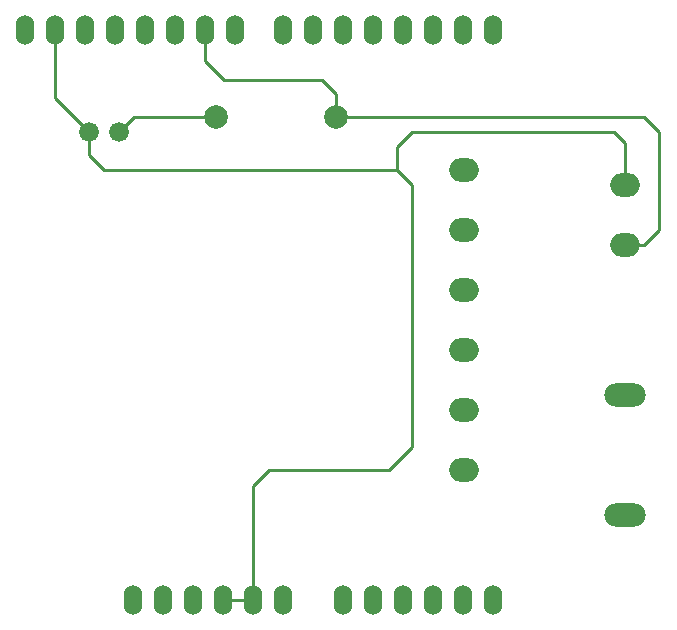
<source format=gbl>
%FSLAX34Y34*%
G04 Gerber Fmt 3.4, Leading zero omitted, Abs format*
G04 (created by PCBNEW (2013-jul-14)-product) date Don 20 Mär 2014 21:02:24 CET*
%MOIN*%
G01*
G70*
G90*
G04 APERTURE LIST*
%ADD10C,0.005906*%
%ADD11C,0.066000*%
%ADD12C,0.078700*%
%ADD13O,0.060000X0.100000*%
%ADD14O,0.098425X0.078740*%
%ADD15O,0.137795X0.078740*%
%ADD16C,0.010000*%
G04 APERTURE END LIST*
G54D10*
G54D11*
X37000Y-24750D03*
X36000Y-24750D03*
G54D12*
X44219Y-24250D03*
X40219Y-24250D03*
G54D13*
X49465Y-40340D03*
X48465Y-40340D03*
X47465Y-40340D03*
X44465Y-40340D03*
X45465Y-40340D03*
X46465Y-40340D03*
X42465Y-40340D03*
X41465Y-40340D03*
X40465Y-40340D03*
X38465Y-40340D03*
X37465Y-40340D03*
X49465Y-21340D03*
X48465Y-21340D03*
X47465Y-21340D03*
X46465Y-21340D03*
X45465Y-21340D03*
X44465Y-21340D03*
X43465Y-21340D03*
X42465Y-21340D03*
X40865Y-21340D03*
X39865Y-21340D03*
X38865Y-21340D03*
X37865Y-21340D03*
X36865Y-21340D03*
X35865Y-21340D03*
X34865Y-21340D03*
X33865Y-21340D03*
X39465Y-40340D03*
G54D14*
X48500Y-26000D03*
X48500Y-28000D03*
X48500Y-30000D03*
X48500Y-32000D03*
X48500Y-34000D03*
X48500Y-36000D03*
X53850Y-26500D03*
G54D15*
X53850Y-33500D03*
G54D14*
X53850Y-28500D03*
G54D15*
X53850Y-37500D03*
G54D16*
X34865Y-21340D02*
X34865Y-23615D01*
X34865Y-23615D02*
X36000Y-24750D01*
X53850Y-26500D02*
X53850Y-25100D01*
X46250Y-25250D02*
X46250Y-26000D01*
X46750Y-24750D02*
X46250Y-25250D01*
X53500Y-24750D02*
X46750Y-24750D01*
X53850Y-25100D02*
X53500Y-24750D01*
X41465Y-40340D02*
X40465Y-40340D01*
X36000Y-24750D02*
X36000Y-25500D01*
X41465Y-36535D02*
X41465Y-40340D01*
X42000Y-36000D02*
X41465Y-36535D01*
X46000Y-36000D02*
X42000Y-36000D01*
X46750Y-35250D02*
X46000Y-36000D01*
X46750Y-26500D02*
X46750Y-35250D01*
X46250Y-26000D02*
X46750Y-26500D01*
X36500Y-26000D02*
X46250Y-26000D01*
X36000Y-25500D02*
X36500Y-26000D01*
X40219Y-24250D02*
X37500Y-24250D01*
X37500Y-24250D02*
X37000Y-24750D01*
X44219Y-24250D02*
X44219Y-23469D01*
X39865Y-22365D02*
X39865Y-21340D01*
X40500Y-23000D02*
X39865Y-22365D01*
X43750Y-23000D02*
X40500Y-23000D01*
X44219Y-23469D02*
X43750Y-23000D01*
X44219Y-24250D02*
X54500Y-24250D01*
X54500Y-28500D02*
X53850Y-28500D01*
X55000Y-28000D02*
X54500Y-28500D01*
X55000Y-24750D02*
X55000Y-28000D01*
X54500Y-24250D02*
X55000Y-24750D01*
M02*

</source>
